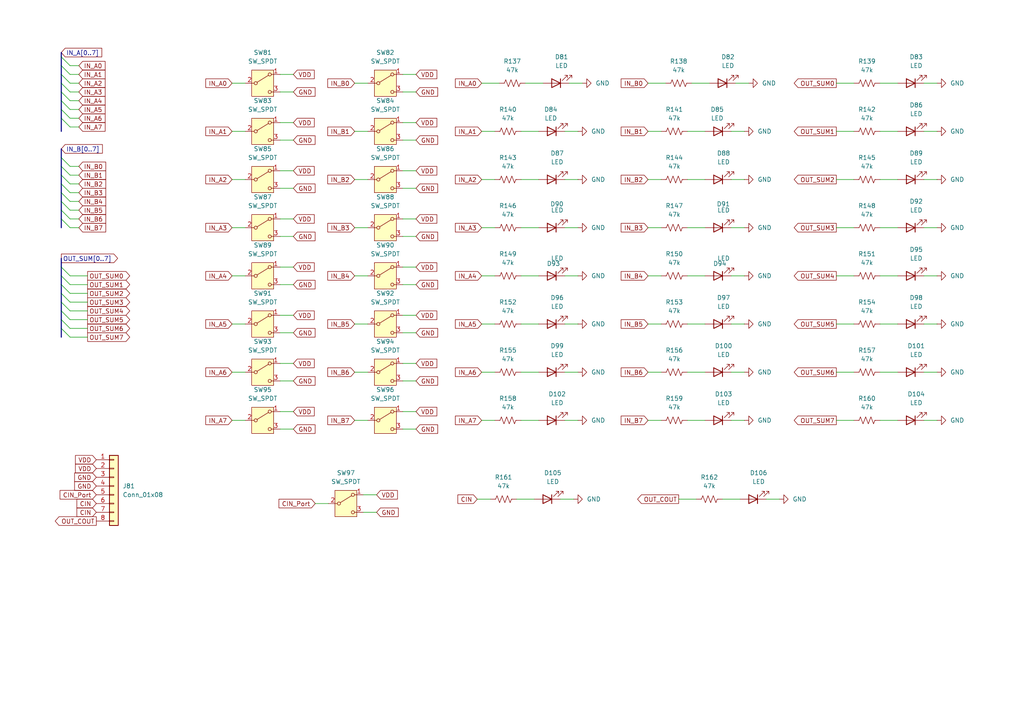
<source format=kicad_sch>
(kicad_sch (version 20250114) (generator "eeschema") (generator_version "9.0")
  (paper "A4")
  (bus_entry (at 17.78 24.13) (size 2.54 2.54))
  (bus_entry (at 17.78 60.96) (size 2.54 2.54))
  (bus_entry (at 17.78 29.21) (size 2.54 2.54))
  (bus_entry (at 17.78 95.25) (size 2.54 2.54))
  (bus_entry (at 17.78 26.67) (size 2.54 2.54))
  (bus_entry (at 17.78 48.26) (size 2.54 2.54))
  (bus_entry (at 17.78 82.55) (size 2.54 2.54))
  (bus_entry (at 17.78 19.05) (size 2.54 2.54))
  (bus_entry (at 17.78 77.47) (size 2.54 2.54))
  (bus_entry (at 17.78 16.51) (size 2.54 2.54))
  (bus_entry (at 17.78 50.8) (size 2.54 2.54))
  (bus_entry (at 17.78 34.29) (size 2.54 2.54))
  (bus_entry (at 17.78 21.59) (size 2.54 2.54))
  (bus_entry (at 17.78 92.71) (size 2.54 2.54))
  (bus_entry (at 17.78 87.63) (size 2.54 2.54))
  (bus_entry (at 17.78 31.75) (size 2.54 2.54))
  (bus_entry (at 17.78 53.34) (size 2.54 2.54))
  (bus_entry (at 17.78 58.42) (size 2.54 2.54))
  (bus_entry (at 17.78 80.01) (size 2.54 2.54))
  (bus_entry (at 17.78 45.72) (size 2.54 2.54))
  (bus_entry (at 17.78 90.17) (size 2.54 2.54))
  (bus_entry (at 17.78 63.5) (size 2.54 2.54))
  (bus_entry (at 17.78 55.88) (size 2.54 2.54))
  (bus_entry (at 17.78 85.09) (size 2.54 2.54))
  (wire (pts (xy 187.96 93.98) (xy 191.77 93.98)))
  (wire (pts (xy 267.97 80.01) (xy 271.78 80.01)))
  (wire (pts (xy 199.39 121.92) (xy 204.47 121.92)))
  (wire (pts (xy 222.25 144.78) (xy 226.06 144.78)))
  (wire (pts (xy 20.32 80.01) (xy 25.4 80.01)))
  (wire (pts (xy 163.83 52.07) (xy 167.64 52.07)))
  (wire (pts (xy 162.56 144.78) (xy 166.37 144.78)))
  (wire (pts (xy 20.32 31.75) (xy 22.86 31.75)))
  (wire (pts (xy 67.31 121.92) (xy 71.12 121.92)))
  (wire (pts (xy 255.27 66.04) (xy 260.35 66.04)))
  (wire (pts (xy 163.83 107.95) (xy 167.64 107.95)))
  (wire (pts (xy 267.97 38.1) (xy 271.78 38.1)))
  (bus (pts (xy 17.78 19.05) (xy 17.78 21.59)))
  (wire (pts (xy 20.32 60.96) (xy 22.86 60.96)))
  (wire (pts (xy 255.27 107.95) (xy 260.35 107.95)))
  (wire (pts (xy 139.7 66.04) (xy 143.51 66.04)))
  (wire (pts (xy 152.4 24.13) (xy 157.48 24.13)))
  (bus (pts (xy 17.78 60.96) (xy 17.78 58.42)))
  (bus (pts (xy 17.78 53.34) (xy 17.78 50.8)))
  (wire (pts (xy 20.32 48.26) (xy 22.86 48.26)))
  (wire (pts (xy 151.13 80.01) (xy 156.21 80.01)))
  (wire (pts (xy 165.1 24.13) (xy 168.91 24.13)))
  (wire (pts (xy 81.28 54.61) (xy 85.09 54.61)))
  (wire (pts (xy 116.84 105.41) (xy 120.65 105.41)))
  (wire (pts (xy 67.31 80.01) (xy 71.12 80.01)))
  (bus (pts (xy 17.78 92.71) (xy 17.78 95.25)))
  (bus (pts (xy 17.78 77.47) (xy 17.78 80.01)))
  (wire (pts (xy 116.84 119.38) (xy 120.65 119.38)))
  (wire (pts (xy 81.28 77.47) (xy 85.09 77.47)))
  (wire (pts (xy 199.39 93.98) (xy 204.47 93.98)))
  (wire (pts (xy 116.84 63.5) (xy 120.65 63.5)))
  (wire (pts (xy 255.27 52.07) (xy 260.35 52.07)))
  (wire (pts (xy 212.09 93.98) (xy 215.9 93.98)))
  (wire (pts (xy 187.96 38.1) (xy 191.77 38.1)))
  (wire (pts (xy 267.97 107.95) (xy 271.78 107.95)))
  (wire (pts (xy 187.96 121.92) (xy 191.77 121.92)))
  (wire (pts (xy 267.97 52.07) (xy 271.78 52.07)))
  (wire (pts (xy 81.28 40.64) (xy 85.09 40.64)))
  (wire (pts (xy 267.97 24.13) (xy 271.78 24.13)))
  (wire (pts (xy 81.28 21.59) (xy 85.09 21.59)))
  (wire (pts (xy 81.28 124.46) (xy 85.09 124.46)))
  (wire (pts (xy 267.97 121.92) (xy 271.78 121.92)))
  (wire (pts (xy 187.96 24.13) (xy 193.04 24.13)))
  (wire (pts (xy 163.83 93.98) (xy 167.64 93.98)))
  (wire (pts (xy 20.32 36.83) (xy 22.86 36.83)))
  (wire (pts (xy 20.32 95.25) (xy 25.4 95.25)))
  (bus (pts (xy 17.78 24.13) (xy 17.78 26.67)))
  (wire (pts (xy 212.09 66.04) (xy 215.9 66.04)))
  (wire (pts (xy 149.86 144.78) (xy 154.94 144.78)))
  (wire (pts (xy 151.13 93.98) (xy 156.21 93.98)))
  (wire (pts (xy 20.32 50.8) (xy 22.86 50.8)))
  (wire (pts (xy 187.96 52.07) (xy 191.77 52.07)))
  (wire (pts (xy 20.32 34.29) (xy 22.86 34.29)))
  (bus (pts (xy 17.78 45.72) (xy 17.78 43.18)))
  (wire (pts (xy 242.57 80.01) (xy 247.65 80.01)))
  (wire (pts (xy 102.87 24.13) (xy 106.68 24.13)))
  (wire (pts (xy 187.96 107.95) (xy 191.77 107.95)))
  (wire (pts (xy 20.32 85.09) (xy 25.4 85.09)))
  (wire (pts (xy 67.31 52.07) (xy 71.12 52.07)))
  (wire (pts (xy 81.28 105.41) (xy 85.09 105.41)))
  (wire (pts (xy 116.84 21.59) (xy 120.65 21.59)))
  (wire (pts (xy 200.66 24.13) (xy 205.74 24.13)))
  (wire (pts (xy 81.28 26.67) (xy 85.09 26.67)))
  (wire (pts (xy 116.84 49.53) (xy 120.65 49.53)))
  (wire (pts (xy 199.39 38.1) (xy 204.47 38.1)))
  (wire (pts (xy 196.85 144.78) (xy 201.93 144.78)))
  (wire (pts (xy 116.84 40.64) (xy 120.65 40.64)))
  (wire (pts (xy 20.32 90.17) (xy 25.4 90.17)))
  (wire (pts (xy 151.13 66.04) (xy 156.21 66.04)))
  (wire (pts (xy 116.84 77.47) (xy 120.65 77.47)))
  (wire (pts (xy 139.7 52.07) (xy 143.51 52.07)))
  (bus (pts (xy 17.78 31.75) (xy 17.78 34.29)))
  (wire (pts (xy 67.31 66.04) (xy 71.12 66.04)))
  (wire (pts (xy 255.27 121.92) (xy 260.35 121.92)))
  (wire (pts (xy 199.39 52.07) (xy 204.47 52.07)))
  (bus (pts (xy 17.78 21.59) (xy 17.78 24.13)))
  (wire (pts (xy 139.7 38.1) (xy 143.51 38.1)))
  (wire (pts (xy 105.41 143.51) (xy 109.22 143.51)))
  (bus (pts (xy 17.78 63.5) (xy 17.78 60.96)))
  (bus (pts (xy 17.78 15.24) (xy 17.78 16.51)))
  (wire (pts (xy 242.57 52.07) (xy 247.65 52.07)))
  (wire (pts (xy 67.31 38.1) (xy 71.12 38.1)))
  (wire (pts (xy 255.27 80.01) (xy 260.35 80.01)))
  (wire (pts (xy 20.32 97.79) (xy 25.4 97.79)))
  (wire (pts (xy 81.28 119.38) (xy 85.09 119.38)))
  (wire (pts (xy 139.7 80.01) (xy 143.51 80.01)))
  (wire (pts (xy 212.09 52.07) (xy 215.9 52.07)))
  (wire (pts (xy 242.57 38.1) (xy 247.65 38.1)))
  (wire (pts (xy 20.32 87.63) (xy 25.4 87.63)))
  (wire (pts (xy 81.28 82.55) (xy 85.09 82.55)))
  (bus (pts (xy 17.78 55.88) (xy 17.78 53.34)))
  (wire (pts (xy 20.32 24.13) (xy 22.86 24.13)))
  (wire (pts (xy 139.7 121.92) (xy 143.51 121.92)))
  (bus (pts (xy 17.78 34.29) (xy 17.78 38.1)))
  (wire (pts (xy 105.41 148.59) (xy 109.22 148.59)))
  (wire (pts (xy 116.84 82.55) (xy 120.65 82.55)))
  (wire (pts (xy 255.27 24.13) (xy 260.35 24.13)))
  (wire (pts (xy 242.57 121.92) (xy 247.65 121.92)))
  (wire (pts (xy 20.32 19.05) (xy 22.86 19.05)))
  (bus (pts (xy 17.78 90.17) (xy 17.78 92.71)))
  (wire (pts (xy 81.28 35.56) (xy 85.09 35.56)))
  (wire (pts (xy 212.09 121.92) (xy 215.9 121.92)))
  (wire (pts (xy 151.13 121.92) (xy 156.21 121.92)))
  (wire (pts (xy 20.32 53.34) (xy 22.86 53.34)))
  (wire (pts (xy 81.28 96.52) (xy 85.09 96.52)))
  (wire (pts (xy 242.57 107.95) (xy 247.65 107.95)))
  (wire (pts (xy 151.13 52.07) (xy 156.21 52.07)))
  (wire (pts (xy 81.28 110.49) (xy 85.09 110.49)))
  (bus (pts (xy 17.78 50.8) (xy 17.78 48.26)))
  (wire (pts (xy 187.96 80.01) (xy 191.77 80.01)))
  (wire (pts (xy 102.87 66.04) (xy 106.68 66.04)))
  (wire (pts (xy 20.32 92.71) (xy 25.4 92.71)))
  (wire (pts (xy 163.83 38.1) (xy 167.64 38.1)))
  (wire (pts (xy 213.36 24.13) (xy 217.17 24.13)))
  (bus (pts (xy 17.78 82.55) (xy 17.78 85.09)))
  (wire (pts (xy 163.83 66.04) (xy 167.64 66.04)))
  (bus (pts (xy 17.78 48.26) (xy 17.78 45.72)))
  (wire (pts (xy 209.55 144.78) (xy 214.63 144.78)))
  (wire (pts (xy 102.87 107.95) (xy 106.68 107.95)))
  (wire (pts (xy 20.32 55.88) (xy 22.86 55.88)))
  (bus (pts (xy 17.78 80.01) (xy 17.78 82.55)))
  (wire (pts (xy 255.27 93.98) (xy 260.35 93.98)))
  (wire (pts (xy 67.31 24.13) (xy 71.12 24.13)))
  (wire (pts (xy 151.13 38.1) (xy 156.21 38.1)))
  (wire (pts (xy 267.97 66.04) (xy 271.78 66.04)))
  (wire (pts (xy 20.32 63.5) (xy 22.86 63.5)))
  (wire (pts (xy 102.87 93.98) (xy 106.68 93.98)))
  (wire (pts (xy 20.32 29.21) (xy 22.86 29.21)))
  (wire (pts (xy 20.32 26.67) (xy 22.86 26.67)))
  (wire (pts (xy 138.43 144.78) (xy 142.24 144.78)))
  (wire (pts (xy 67.31 107.95) (xy 71.12 107.95)))
  (wire (pts (xy 91.44 146.05) (xy 95.25 146.05)))
  (bus (pts (xy 17.78 85.09) (xy 17.78 87.63)))
  (wire (pts (xy 151.13 107.95) (xy 156.21 107.95)))
  (wire (pts (xy 102.87 52.07) (xy 106.68 52.07)))
  (wire (pts (xy 20.32 66.04) (xy 22.86 66.04)))
  (wire (pts (xy 81.28 49.53) (xy 85.09 49.53)))
  (wire (pts (xy 199.39 107.95) (xy 204.47 107.95)))
  (wire (pts (xy 102.87 38.1) (xy 106.68 38.1)))
  (wire (pts (xy 116.84 35.56) (xy 120.65 35.56)))
  (bus (pts (xy 17.78 29.21) (xy 17.78 31.75)))
  (wire (pts (xy 102.87 121.92) (xy 106.68 121.92)))
  (wire (pts (xy 242.57 66.04) (xy 247.65 66.04)))
  (wire (pts (xy 139.7 24.13) (xy 144.78 24.13)))
  (wire (pts (xy 116.84 96.52) (xy 120.65 96.52)))
  (wire (pts (xy 267.97 93.98) (xy 271.78 93.98)))
  (wire (pts (xy 139.7 93.98) (xy 143.51 93.98)))
  (bus (pts (xy 17.78 26.67) (xy 17.78 29.21)))
  (wire (pts (xy 116.84 110.49) (xy 120.65 110.49)))
  (wire (pts (xy 139.7 107.95) (xy 143.51 107.95)))
  (bus (pts (xy 17.78 74.93) (xy 17.78 77.47)))
  (wire (pts (xy 187.96 66.04) (xy 191.77 66.04)))
  (bus (pts (xy 17.78 16.51) (xy 17.78 19.05)))
  (wire (pts (xy 67.31 93.98) (xy 71.12 93.98)))
  (wire (pts (xy 212.09 38.1) (xy 215.9 38.1)))
  (wire (pts (xy 20.32 58.42) (xy 22.86 58.42)))
  (wire (pts (xy 20.32 82.55) (xy 25.4 82.55)))
  (wire (pts (xy 116.84 124.46) (xy 120.65 124.46)))
  (wire (pts (xy 163.83 80.01) (xy 167.64 80.01)))
  (wire (pts (xy 81.28 68.58) (xy 85.09 68.58)))
  (wire (pts (xy 199.39 80.01) (xy 204.47 80.01)))
  (wire (pts (xy 163.83 121.92) (xy 167.64 121.92)))
  (bus (pts (xy 17.78 87.63) (xy 17.78 90.17)))
  (wire (pts (xy 81.28 63.5) (xy 85.09 63.5)))
  (wire (pts (xy 242.57 24.13) (xy 247.65 24.13)))
  (wire (pts (xy 212.09 107.95) (xy 215.9 107.95)))
  (bus (pts (xy 17.78 58.42) (xy 17.78 55.88)))
  (wire (pts (xy 116.84 91.44) (xy 120.65 91.44)))
  (wire (pts (xy 81.28 91.44) (xy 85.09 91.44)))
  (wire (pts (xy 116.84 68.58) (xy 120.65 68.58)))
  (wire (pts (xy 212.09 80.01) (xy 215.9 80.01)))
  (wire (pts (xy 199.39 66.04) (xy 204.47 66.04)))
  (wire (pts (xy 242.57 93.98) (xy 247.65 93.98)))
  (wire (pts (xy 116.84 54.61) (xy 120.65 54.61)))
  (bus (pts (xy 17.78 66.04) (xy 17.78 63.5)))
  (wire (pts (xy 20.32 21.59) (xy 22.86 21.59)))
  (wire (pts (xy 116.84 26.67) (xy 120.65 26.67)))
  (bus (pts (xy 17.78 95.25) (xy 17.78 97.79)))
  (wire (pts (xy 255.27 38.1) (xy 260.35 38.1)))
  (wire (pts (xy 102.87 80.01) (xy 106.68 80.01)))
  (global_label "CIN_Port" (shape input) (at 27.94 143.51 180) (property "Intersheetrefs" "${INTERSHEET_REFS}" (effects (hide yes))))
  (global_label "VDD" (shape input) (at 85.09 21.59 0) (property "Intersheetrefs" "${INTERSHEET_REFS}" (effects (hide yes))))
  (global_label "GND" (shape input) (at 85.09 26.67 0) (property "Intersheetrefs" "${INTERSHEET_REFS}" (effects (hide yes))))
  (global_label "IN_B6" (shape input) (at 187.96 107.95 180) (property "Intersheetrefs" "${INTERSHEET_REFS}" (effects (hide yes))))
  (global_label "IN_B0" (shape input) (at 22.86 48.26 0) (property "Intersheetrefs" "${INTERSHEET_REFS}" (effects (hide yes))))
  (global_label "IN_B7" (shape input) (at 187.96 121.92 180) (property "Intersheetrefs" "${INTERSHEET_REFS}" (effects (hide yes))))
  (global_label "VDD" (shape input) (at 120.65 35.56 0) (property "Intersheetrefs" "${INTERSHEET_REFS}" (effects (hide yes))))
  (global_label "CIN" (shape input) (at 27.94 146.05 180) (property "Intersheetrefs" "${INTERSHEET_REFS}" (effects (hide yes))))
  (global_label "GND" (shape input) (at 109.22 148.59 0) (property "Intersheetrefs" "${INTERSHEET_REFS}" (effects (hide yes))))
  (global_label "GND" (shape input) (at 120.65 26.67 0) (property "Intersheetrefs" "${INTERSHEET_REFS}" (effects (hide yes))))
  (global_label "IN_B6" (shape input) (at 102.87 107.95 180) (property "Intersheetrefs" "${INTERSHEET_REFS}" (effects (hide yes))))
  (global_label "OUT_COUT" (shape output) (at 27.94 151.13 180) (property "Intersheetrefs" "${INTERSHEET_REFS}" (effects (hide yes))))
  (global_label "GND" (shape input) (at 85.09 54.61 0) (property "Intersheetrefs" "${INTERSHEET_REFS}" (effects (hide yes))))
  (global_label "GND" (shape input) (at 120.65 124.46 0) (property "Intersheetrefs" "${INTERSHEET_REFS}" (effects (hide yes))))
  (global_label "GND" (shape input) (at 85.09 96.52 0) (property "Intersheetrefs" "${INTERSHEET_REFS}" (effects (hide yes))))
  (global_label "IN_A4" (shape input) (at 22.86 29.21 0) (property "Intersheetrefs" "${INTERSHEET_REFS}" (effects (hide yes))))
  (global_label "IN_B2" (shape input) (at 22.86 53.34 0) (property "Intersheetrefs" "${INTERSHEET_REFS}" (effects (hide yes))))
  (global_label "IN_B5" (shape input) (at 22.86 60.96 0) (property "Intersheetrefs" "${INTERSHEET_REFS}" (effects (hide yes))))
  (global_label "IN_A3" (shape input) (at 22.86 26.67 0) (property "Intersheetrefs" "${INTERSHEET_REFS}" (effects (hide yes))))
  (global_label "OUT_SUM2" (shape output) (at 25.4 85.09 0) (property "Intersheetrefs" "${INTERSHEET_REFS}" (effects (hide yes))))
  (global_label "OUT_SUM2" (shape output) (at 242.57 52.07 180) (property "Intersheetrefs" "${INTERSHEET_REFS}" (effects (hide yes))))
  (global_label "CIN" (shape input) (at 27.94 148.59 180) (property "Intersheetrefs" "${INTERSHEET_REFS}" (effects (hide yes))))
  (global_label "VDD" (shape input) (at 109.22 143.51 0) (property "Intersheetrefs" "${INTERSHEET_REFS}" (effects (hide yes))))
  (global_label "IN_B2" (shape input) (at 102.87 52.07 180) (property "Intersheetrefs" "${INTERSHEET_REFS}" (effects (hide yes))))
  (global_label "VDD" (shape input) (at 85.09 91.44 0) (property "Intersheetrefs" "${INTERSHEET_REFS}" (effects (hide yes))))
  (global_label "IN_A1" (shape input) (at 22.86 21.59 0) (property "Intersheetrefs" "${INTERSHEET_REFS}" (effects (hide yes))))
  (global_label "VDD" (shape input) (at 120.65 77.47 0) (property "Intersheetrefs" "${INTERSHEET_REFS}" (effects (hide yes))))
  (global_label "VDD" (shape input) (at 85.09 77.47 0) (property "Intersheetrefs" "${INTERSHEET_REFS}" (effects (hide yes))))
  (global_label "GND" (shape input) (at 120.65 68.58 0) (property "Intersheetrefs" "${INTERSHEET_REFS}" (effects (hide yes))))
  (global_label "IN_A[0..7]" (shape input) (at 17.78 15.24 0) (property "Intersheetrefs" "${INTERSHEET_REFS}" (effects (hide yes))))
  (global_label "IN_B[0..7]" (shape input) (at 17.78 43.18 0) (property "Intersheetrefs" "${INTERSHEET_REFS}" (effects (hide yes))))
  (global_label "GND" (shape input) (at 120.65 96.52 0) (property "Intersheetrefs" "${INTERSHEET_REFS}" (effects (hide yes))))
  (global_label "OUT_SUM4" (shape output) (at 242.57 80.01 180) (property "Intersheetrefs" "${INTERSHEET_REFS}" (effects (hide yes))))
  (global_label "IN_A6" (shape input) (at 22.86 34.29 0) (property "Intersheetrefs" "${INTERSHEET_REFS}" (effects (hide yes))))
  (global_label "VDD" (shape input) (at 85.09 63.5 0) (property "Intersheetrefs" "${INTERSHEET_REFS}" (effects (hide yes))))
  (global_label "IN_A3" (shape input) (at 139.7 66.04 180) (property "Intersheetrefs" "${INTERSHEET_REFS}" (effects (hide yes))))
  (global_label "VDD" (shape input) (at 120.65 21.59 0) (property "Intersheetrefs" "${INTERSHEET_REFS}" (effects (hide yes))))
  (global_label "IN_B7" (shape input) (at 102.87 121.92 180) (property "Intersheetrefs" "${INTERSHEET_REFS}" (effects (hide yes))))
  (global_label "IN_A2" (shape input) (at 67.31 52.07 180) (property "Intersheetrefs" "${INTERSHEET_REFS}" (effects (hide yes))))
  (global_label "IN_B0" (shape input) (at 187.96 24.13 180) (property "Intersheetrefs" "${INTERSHEET_REFS}" (effects (hide yes))))
  (global_label "IN_B1" (shape input) (at 22.86 50.8 0) (property "Intersheetrefs" "${INTERSHEET_REFS}" (effects (hide yes))))
  (global_label "IN_A6" (shape input) (at 67.31 107.95 180) (property "Intersheetrefs" "${INTERSHEET_REFS}" (effects (hide yes))))
  (global_label "OUT_SUM3" (shape output) (at 25.4 87.63 0) (property "Intersheetrefs" "${INTERSHEET_REFS}" (effects (hide yes))))
  (global_label "GND" (shape input) (at 27.94 140.97 180) (property "Intersheetrefs" "${INTERSHEET_REFS}" (effects (hide yes))))
  (global_label "VDD" (shape input) (at 120.65 49.53 0) (property "Intersheetrefs" "${INTERSHEET_REFS}" (effects (hide yes))))
  (global_label "IN_B1" (shape input) (at 187.96 38.1 180) (property "Intersheetrefs" "${INTERSHEET_REFS}" (effects (hide yes))))
  (global_label "IN_A2" (shape input) (at 139.7 52.07 180) (property "Intersheetrefs" "${INTERSHEET_REFS}" (effects (hide yes))))
  (global_label "OUT_SUM[0..7]" (shape output) (at 17.78 74.93 0) (property "Intersheetrefs" "${INTERSHEET_REFS}" (effects (hide yes))))
  (global_label "IN_B0" (shape input) (at 102.87 24.13 180) (property "Intersheetrefs" "${INTERSHEET_REFS}" (effects (hide yes))))
  (global_label "IN_A7" (shape input) (at 67.31 121.92 180) (property "Intersheetrefs" "${INTERSHEET_REFS}" (effects (hide yes))))
  (global_label "IN_A5" (shape input) (at 139.7 93.98 180) (property "Intersheetrefs" "${INTERSHEET_REFS}" (effects (hide yes))))
  (global_label "OUT_SUM3" (shape output) (at 242.57 66.04 180) (property "Intersheetrefs" "${INTERSHEET_REFS}" (effects (hide yes))))
  (global_label "IN_B5" (shape input) (at 102.87 93.98 180) (property "Intersheetrefs" "${INTERSHEET_REFS}" (effects (hide yes))))
  (global_label "GND" (shape input) (at 85.09 82.55 0) (property "Intersheetrefs" "${INTERSHEET_REFS}" (effects (hide yes))))
  (global_label "IN_B3" (shape input) (at 22.86 55.88 0) (property "Intersheetrefs" "${INTERSHEET_REFS}" (effects (hide yes))))
  (global_label "OUT_SUM7" (shape output) (at 242.57 121.92 180) (property "Intersheetrefs" "${INTERSHEET_REFS}" (effects (hide yes))))
  (global_label "IN_A0" (shape input) (at 22.86 19.05 0) (property "Intersheetrefs" "${INTERSHEET_REFS}" (effects (hide yes))))
  (global_label "IN_A0" (shape input) (at 67.31 24.13 180) (property "Intersheetrefs" "${INTERSHEET_REFS}" (effects (hide yes))))
  (global_label "OUT_SUM6" (shape output) (at 25.4 95.25 0) (property "Intersheetrefs" "${INTERSHEET_REFS}" (effects (hide yes))))
  (global_label "OUT_SUM1" (shape output) (at 25.4 82.55 0) (property "Intersheetrefs" "${INTERSHEET_REFS}" (effects (hide yes))))
  (global_label "GND" (shape input) (at 85.09 124.46 0) (property "Intersheetrefs" "${INTERSHEET_REFS}" (effects (hide yes))))
  (global_label "OUT_SUM0" (shape output) (at 242.57 24.13 180) (property "Intersheetrefs" "${INTERSHEET_REFS}" (effects (hide yes))))
  (global_label "VDD" (shape input) (at 27.94 133.35 180) (property "Intersheetrefs" "${INTERSHEET_REFS}" (effects (hide yes))))
  (global_label "IN_B4" (shape input) (at 22.86 58.42 0) (property "Intersheetrefs" "${INTERSHEET_REFS}" (effects (hide yes))))
  (global_label "OUT_COUT" (shape output) (at 196.85 144.78 180) (property "Intersheetrefs" "${INTERSHEET_REFS}" (effects (hide yes))))
  (global_label "IN_A2" (shape input) (at 22.86 24.13 0) (property "Intersheetrefs" "${INTERSHEET_REFS}" (effects (hide yes))))
  (global_label "IN_B2" (shape input) (at 187.96 52.07 180) (property "Intersheetrefs" "${INTERSHEET_REFS}" (effects (hide yes))))
  (global_label "IN_B6" (shape input) (at 22.86 63.5 0) (property "Intersheetrefs" "${INTERSHEET_REFS}" (effects (hide yes))))
  (global_label "VDD" (shape input) (at 85.09 49.53 0) (property "Intersheetrefs" "${INTERSHEET_REFS}" (effects (hide yes))))
  (global_label "GND" (shape input) (at 120.65 82.55 0) (property "Intersheetrefs" "${INTERSHEET_REFS}" (effects (hide yes))))
  (global_label "OUT_SUM1" (shape output) (at 242.57 38.1 180) (property "Intersheetrefs" "${INTERSHEET_REFS}" (effects (hide yes))))
  (global_label "CIN_Port" (shape input) (at 91.44 146.05 180) (property "Intersheetrefs" "${INTERSHEET_REFS}" (effects (hide yes))))
  (global_label "GND" (shape input) (at 120.65 110.49 0) (property "Intersheetrefs" "${INTERSHEET_REFS}" (effects (hide yes))))
  (global_label "GND" (shape input) (at 85.09 110.49 0) (property "Intersheetrefs" "${INTERSHEET_REFS}" (effects (hide yes))))
  (global_label "OUT_SUM6" (shape output) (at 242.57 107.95 180) (property "Intersheetrefs" "${INTERSHEET_REFS}" (effects (hide yes))))
  (global_label "IN_A7" (shape input) (at 22.86 36.83 0) (property "Intersheetrefs" "${INTERSHEET_REFS}" (effects (hide yes))))
  (global_label "IN_A4" (shape input) (at 139.7 80.01 180) (property "Intersheetrefs" "${INTERSHEET_REFS}" (effects (hide yes))))
  (global_label "IN_B4" (shape input) (at 187.96 80.01 180) (property "Intersheetrefs" "${INTERSHEET_REFS}" (effects (hide yes))))
  (global_label "IN_B7" (shape input) (at 22.86 66.04 0) (property "Intersheetrefs" "${INTERSHEET_REFS}" (effects (hide yes))))
  (global_label "IN_A6" (shape input) (at 139.7 107.95 180) (property "Intersheetrefs" "${INTERSHEET_REFS}" (effects (hide yes))))
  (global_label "CIN" (shape input) (at 138.43 144.78 180) (property "Intersheetrefs" "${INTERSHEET_REFS}" (effects (hide yes))))
  (global_label "IN_A5" (shape input) (at 67.31 93.98 180) (property "Intersheetrefs" "${INTERSHEET_REFS}" (effects (hide yes))))
  (global_label "GND" (shape input) (at 85.09 40.64 0) (property "Intersheetrefs" "${INTERSHEET_REFS}" (effects (hide yes))))
  (global_label "GND" (shape input) (at 27.94 138.43 180) (property "Intersheetrefs" "${INTERSHEET_REFS}" (effects (hide yes))))
  (global_label "IN_B5" (shape input) (at 187.96 93.98 180) (property "Intersheetrefs" "${INTERSHEET_REFS}" (effects (hide yes))))
  (global_label "VDD" (shape input) (at 120.65 105.41 0) (property "Intersheetrefs" "${INTERSHEET_REFS}" (effects (hide yes))))
  (global_label "GND" (shape input) (at 85.09 68.58 0) (property "Intersheetrefs" "${INTERSHEET_REFS}" (effects (hide yes))))
  (global_label "OUT_SUM5" (shape output) (at 242.57 93.98 180) (property "Intersheetrefs" "${INTERSHEET_REFS}" (effects (hide yes))))
  (global_label "IN_A5" (shape input) (at 22.86 31.75 0) (property "Intersheetrefs" "${INTERSHEET_REFS}" (effects (hide yes))))
  (global_label "VDD" (shape input) (at 27.94 135.89 180) (property "Intersheetrefs" "${INTERSHEET_REFS}" (effects (hide yes))))
  (global_label "GND" (shape input) (at 120.65 54.61 0) (property "Intersheetrefs" "${INTERSHEET_REFS}" (effects (hide yes))))
  (global_label "IN_A0" (shape input) (at 139.7 24.13 180) (property "Intersheetrefs" "${INTERSHEET_REFS}" (effects (hide yes))))
  (global_label "VDD" (shape input) (at 85.09 35.56 0) (property "Intersheetrefs" "${INTERSHEET_REFS}" (effects (hide yes))))
  (global_label "IN_B3" (shape input) (at 187.96 66.04 180) (property "Intersheetrefs" "${INTERSHEET_REFS}" (effects (hide yes))))
  (global_label "OUT_SUM7" (shape output) (at 25.4 97.79 0) (property "Intersheetrefs" "${INTERSHEET_REFS}" (effects (hide yes))))
  (global_label "VDD" (shape input) (at 85.09 119.38 0) (property "Intersheetrefs" "${INTERSHEET_REFS}" (effects (hide yes))))
  (global_label "VDD" (shape input) (at 120.65 119.38 0) (property "Intersheetrefs" "${INTERSHEET_REFS}" (effects (hide yes))))
  (global_label "OUT_SUM4" (shape output) (at 25.4 90.17 0) (property "Intersheetrefs" "${INTERSHEET_REFS}" (effects (hide yes))))
  (global_label "VDD" (shape input) (at 85.09 105.41 0) (property "Intersheetrefs" "${INTERSHEET_REFS}" (effects (hide yes))))
  (global_label "OUT_SUM5" (shape output) (at 25.4 92.71 0) (property "Intersheetrefs" "${INTERSHEET_REFS}" (effects (hide yes))))
  (global_label "VDD" (shape input) (at 120.65 91.44 0) (property "Intersheetrefs" "${INTERSHEET_REFS}" (effects (hide yes))))
  (global_label "IN_B3" (shape input) (at 102.87 66.04 180) (property "Intersheetrefs" "${INTERSHEET_REFS}" (effects (hide yes))))
  (global_label "IN_B4" (shape input) (at 102.87 80.01 180) (property "Intersheetrefs" "${INTERSHEET_REFS}" (effects (hide yes))))
  (global_label "VDD" (shape input) (at 120.65 63.5 0) (property "Intersheetrefs" "${INTERSHEET_REFS}" (effects (hide yes))))
  (global_label "IN_A4" (shape input) (at 67.31 80.01 180) (property "Intersheetrefs" "${INTERSHEET_REFS}" (effects (hide yes))))
  (global_label "GND" (shape input) (at 120.65 40.64 0) (property "Intersheetrefs" "${INTERSHEET_REFS}" (effects (hide yes))))
  (global_label "IN_B1" (shape input) (at 102.87 38.1 180) (property "Intersheetrefs" "${INTERSHEET_REFS}" (effects (hide yes))))
  (global_label "OUT_SUM0" (shape output) (at 25.4 80.01 0) (property "Intersheetrefs" "${INTERSHEET_REFS}" (effects (hide yes))))
  (global_label "IN_A1" (shape input) (at 139.7 38.1 180) (property "Intersheetrefs" "${INTERSHEET_REFS}" (effects (hide yes))))
  (global_label "IN_A1" (shape input) (at 67.31 38.1 180) (property "Intersheetrefs" "${INTERSHEET_REFS}" (effects (hide yes))))
  (global_label "IN_A3" (shape input) (at 67.31 66.04 180) (property "Intersheetrefs" "${INTERSHEET_REFS}" (effects (hide yes))))
  (global_label "IN_A7" (shape input) (at 139.7 121.92 180) (property "Intersheetrefs" "${INTERSHEET_REFS}" (effects (hide yes))))
  (symbol (lib_id "Device:LED") (at 264.16 38.1 180) (unit 1) (in_bom no) (on_board no)
    (property "Reference" "D86" (at 265.7475 30.48 0))
    (property "Value" "LED" (at 265.7475 33.02 0))
    (property "Footprint" "LED_THT:LED_D5.0mm" (effects (hide yes)))
    (property "Description" "Light emitting diode" (effects (hide yes)))
    (property "Sim.Pins" "1=K 2=A" (effects (hide yes)))
  )
  (symbol (lib_id "Device:LED") (at 264.16 52.07 180) (unit 1) (on_board no)
    (property "Reference" "D89" (at 265.7475 44.45 0))
    (property "Value" "LED" (at 265.7475 46.99 0))
    (property "Footprint" "LED_THT:LED_D5.0mm" (effects (hide yes)))
    (property "Description" "Light emitting diode" (effects (hide yes)))
    (property "Sim.Pins" "1=K 2=A" (effects (hide yes)))
  )
  (symbol (lib_id "Device:LED") (at 209.55 24.13 180) (unit 1)
    (property "Reference" "D82" (at 211.1375 16.51 0))
    (property "Value" "LED" (at 211.1375 19.05 0))
    (property "Footprint" "LED_THT:LED_D5.0mm" (effects (hide yes)))
    (property "Description" "Light emitting diode" (effects (hide yes)))
    (property "Sim.Pins" "1=K 2=A" (effects (hide yes)))
  )
  (symbol (lib_id "Switch:SW_SPDT") (at 111.76 121.92 0) (unit 1) (on_board no)
    (property "Reference" "SW96" (at 111.76 113.03 0))
    (property "Value" "SW_SPDT" (at 111.76 115.57 0))
    (property "Footprint" "MyLibrary:SW_SS12D07VG4" (effects (hide yes)))
    (property "Description" "Switch, single pole double throw" (effects (hide yes)))
  )
  (symbol (lib_id "Device:LED") (at 218.44 144.78 180) (unit 1)
    (property "Reference" "D106" (at 220.0275 137.16 0))
    (property "Value" "LED" (at 220.0275 139.7 0))
    (property "Footprint" "LED_THT:LED_D5.0mm" (effects (hide yes)))
    (property "Description" "Light emitting diode" (effects (hide yes)))
    (property "Sim.Pins" "1=K 2=A" (effects (hide yes)))
  )
  (symbol (lib_id "Device:LED") (at 160.02 52.07 180) (unit 1) (on_board no)
    (property "Reference" "D87" (at 161.6075 44.45 0))
    (property "Value" "LED" (at 161.6075 46.99 0))
    (property "Footprint" "LED_THT:LED_D5.0mm" (effects (hide yes)))
    (property "Description" "Light emitting diode" (effects (hide yes)))
    (property "Sim.Pins" "1=K 2=A" (effects (hide yes)))
  )
  (symbol (lib_id "power:GND") (at 215.9 38.1 90) (unit 1)
    (property "Reference" "#PWR092" (effects (hide yes)))
    (property "Value" "GND" (at 219.71 38.0999 90) (effects (justify right)))
    (property "Description" "Power symbol creates a global label with name \"GND\" , ground" (effects (hide yes)))
  )
  (symbol (lib_id "Device:R_US") (at 251.46 66.04 90) (unit 1) (on_board no)
    (property "Reference" "R148" (at 251.46 59.69 90))
    (property "Value" "47k" (at 251.46 62.23 90))
    (property "Footprint" "Resistor_THT:R_Axial_DIN0309_L9.0mm_D3.2mm_P15.24mm_Horizontal" (effects (hide yes)))
    (property "Description" "Resistor, US symbol" (effects (hide yes)))
  )
  (symbol (lib_id "Device:R_US") (at 195.58 80.01 90) (unit 1) (on_board no)
    (property "Reference" "R150" (at 195.58 73.66 90))
    (property "Value" "47k" (at 195.58 76.2 90))
    (property "Footprint" "Resistor_THT:R_Axial_DIN0309_L9.0mm_D3.2mm_P15.24mm_Horizontal" (effects (hide yes)))
    (property "Description" "Resistor, US symbol" (effects (hide yes)))
  )
  (symbol (lib_id "power:GND") (at 167.64 38.1 90) (unit 1)
    (property "Reference" "#PWR091" (effects (hide yes)))
    (property "Value" "GND" (at 171.45 38.0999 90) (effects (justify right)))
    (property "Description" "Power symbol creates a global label with name \"GND\" , ground" (effects (hide yes)))
  )
  (symbol (lib_id "Switch:SW_SPDT") (at 76.2 24.13 0) (unit 1)
    (property "Reference" "SW81" (at 76.2 15.24 0))
    (property "Value" "SW_SPDT" (at 76.2 17.78 0))
    (property "Footprint" "MyLibrary:SW_SS12D07VG4" (effects (hide yes)))
    (property "Description" "Switch, single pole double throw" (effects (hide yes)))
  )
  (symbol (lib_id "Switch:SW_SPDT") (at 76.2 93.98 0) (unit 1) (on_board no)
    (property "Reference" "SW91" (at 76.2 85.09 0))
    (property "Value" "SW_SPDT" (at 76.2 87.63 0))
    (property "Footprint" "MyLibrary:SW_SS12D07VG4" (effects (hide yes)))
    (property "Description" "Switch, single pole double throw" (effects (hide yes)))
  )
  (symbol (lib_id "Device:LED") (at 264.16 93.98 180) (unit 1) (on_board no)
    (property "Reference" "D98" (at 265.7475 86.36 0))
    (property "Value" "LED" (at 265.7475 88.9 0))
    (property "Footprint" "LED_THT:LED_D5.0mm" (effects (hide yes)))
    (property "Description" "Light emitting diode" (effects (hide yes)))
    (property "Sim.Pins" "1=K 2=A" (effects (hide yes)))
  )
  (symbol (lib_id "power:GND") (at 215.9 66.04 90) (unit 1)
    (property "Reference" "#PWR098" (effects (hide yes)))
    (property "Value" "GND" (at 219.71 66.0399 90) (effects (justify right)))
    (property "Description" "Power symbol creates a global label with name \"GND\" , ground" (effects (hide yes)))
  )
  (symbol (lib_id "Switch:SW_SPDT") (at 111.76 66.04 0) (unit 1) (on_board no)
    (property "Reference" "SW88" (at 111.76 57.15 0))
    (property "Value" "SW_SPDT" (at 111.76 59.69 0))
    (property "Footprint" "MyLibrary:SW_SS12D07VG4" (effects (hide yes)))
    (property "Description" "Switch, single pole double throw" (effects (hide yes)))
  )
  (symbol (lib_id "power:GND") (at 217.17 24.13 90) (unit 1)
    (property "Reference" "#PWR089" (effects (hide yes)))
    (property "Value" "GND" (at 220.98 24.1299 90) (effects (justify right)))
    (property "Description" "Power symbol creates a global label with name \"GND\" , ground" (effects (hide yes)))
  )
  (symbol (lib_id "Device:LED") (at 208.28 66.04 180) (unit 1) (on_board no)
    (property "Reference" "D91" (at 209.804 59.182 0))
    (property "Value" "LED" (at 209.8675 60.96 0))
    (property "Footprint" "LED_THT:LED_D5.0mm" (effects (hide yes)))
    (property "Description" "Light emitting diode" (effects (hide yes)))
    (property "Sim.Pins" "1=K 2=A" (effects (hide yes)))
  )
  (symbol (lib_id "power:GND") (at 215.9 80.01 90) (unit 1)
    (property "Reference" "#PWR0101" (effects (hide yes)))
    (property "Value" "GND" (at 219.71 80.0099 90) (effects (justify right)))
    (property "Description" "Power symbol creates a global label with name \"GND\" , ground" (effects (hide yes)))
  )
  (symbol (lib_id "Device:R_US") (at 148.59 24.13 90) (unit 1)
    (property "Reference" "R137" (at 148.59 17.78 90))
    (property "Value" "47k" (at 148.59 20.32 90))
    (property "Footprint" "Resistor_THT:R_Axial_DIN0309_L9.0mm_D3.2mm_P15.24mm_Horizontal" (effects (hide yes)))
    (property "Description" "Resistor, US symbol" (effects (hide yes)))
  )
  (symbol (lib_id "power:GND") (at 271.78 121.92 90) (unit 1)
    (property "Reference" "#PWR0111" (effects (hide yes)))
    (property "Value" "GND" (at 275.59 121.9199 90) (effects (justify right)))
    (property "Description" "Power symbol creates a global label with name \"GND\" , ground" (effects (hide yes)))
  )
  (symbol (lib_id "Switch:SW_SPDT") (at 76.2 121.92 0) (unit 1) (on_board no)
    (property "Reference" "SW95" (at 76.2 113.03 0))
    (property "Value" "SW_SPDT" (at 76.2 115.57 0))
    (property "Footprint" "MyLibrary:SW_SS12D07VG4" (effects (hide yes)))
    (property "Description" "Switch, single pole double throw" (effects (hide yes)))
  )
  (symbol (lib_id "Device:R_US") (at 251.46 52.07 90) (unit 1) (on_board no)
    (property "Reference" "R145" (at 251.46 45.72 90))
    (property "Value" "47k" (at 251.46 48.26 90))
    (property "Footprint" "Resistor_THT:R_Axial_DIN0309_L9.0mm_D3.2mm_P15.24mm_Horizontal" (effects (hide yes)))
    (property "Description" "Resistor, US symbol" (effects (hide yes)))
  )
  (symbol (lib_id "Device:LED") (at 208.28 107.95 180) (unit 1) (on_board no)
    (property "Reference" "D100" (at 209.8675 100.33 0))
    (property "Value" "LED" (at 209.8675 102.87 0))
    (property "Footprint" "LED_THT:LED_D5.0mm" (effects (hide yes)))
    (property "Description" "Light emitting diode" (effects (hide yes)))
    (property "Sim.Pins" "1=K 2=A" (effects (hide yes)))
  )
  (symbol (lib_id "Device:R_US") (at 251.46 38.1 90) (unit 1) (in_bom no) (on_board no)
    (property "Reference" "R142" (at 251.46 31.75 90))
    (property "Value" "47k" (at 251.46 34.29 90))
    (property "Footprint" "Resistor_THT:R_Axial_DIN0309_L9.0mm_D3.2mm_P15.24mm_Horizontal" (effects (hide yes)))
    (property "Description" "Resistor, US symbol" (effects (hide yes)))
  )
  (symbol (lib_id "Device:R_US") (at 251.46 93.98 90) (unit 1) (on_board no)
    (property "Reference" "R154" (at 251.46 87.63 90))
    (property "Value" "47k" (at 251.46 90.17 90))
    (property "Footprint" "Resistor_THT:R_Axial_DIN0309_L9.0mm_D3.2mm_P15.24mm_Horizontal" (effects (hide yes)))
    (property "Description" "Resistor, US symbol" (effects (hide yes)))
  )
  (symbol (lib_id "Device:R_US") (at 147.32 121.92 90) (unit 1) (on_board no)
    (property "Reference" "R158" (at 147.32 115.57 90))
    (property "Value" "47k" (at 147.32 118.11 90))
    (property "Footprint" "Resistor_THT:R_Axial_DIN0309_L9.0mm_D3.2mm_P15.24mm_Horizontal" (effects (hide yes)))
    (property "Description" "Resistor, US symbol" (effects (hide yes)))
  )
  (symbol (lib_id "Device:R_US") (at 251.46 24.13 90) (unit 1)
    (property "Reference" "R139" (at 251.46 17.78 90))
    (property "Value" "47k" (at 251.46 20.32 90))
    (property "Footprint" "Resistor_THT:R_Axial_DIN0309_L9.0mm_D3.2mm_P15.24mm_Horizontal" (effects (hide yes)))
    (property "Description" "Resistor, US symbol" (effects (hide yes)))
  )
  (symbol (lib_id "Device:LED") (at 208.28 38.1 180) (unit 1) (in_bom no) (on_board no)
    (property "Reference" "D85" (at 208.026 31.75 0))
    (property "Value" "LED" (at 208.026 34.29 0))
    (property "Footprint" "LED_THT:LED_D5.0mm" (effects (hide yes)))
    (property "Description" "Light emitting diode" (effects (hide yes)))
    (property "Sim.Pins" "1=K 2=A" (effects (hide yes)))
  )
  (symbol (lib_id "Device:LED") (at 160.02 80.01 180) (unit 1) (on_board no)
    (property "Reference" "D93" (at 160.528 76.454 0))
    (property "Value" "LED" (at 161.6075 74.93 0))
    (property "Footprint" "LED_THT:LED_D5.0mm" (effects (hide yes)))
    (property "Description" "Light emitting diode" (effects (hide yes)))
    (property "Sim.Pins" "1=K 2=A" (effects (hide yes)))
  )
  (symbol (lib_id "Device:R_US") (at 205.74 144.78 90) (unit 1)
    (property "Reference" "R162" (at 205.74 138.43 90))
    (property "Value" "47k" (at 205.74 140.97 90))
    (property "Footprint" "Resistor_THT:R_Axial_DIN0309_L9.0mm_D3.2mm_P15.24mm_Horizontal" (effects (hide yes)))
    (property "Description" "Resistor, US symbol" (effects (hide yes)))
  )
  (symbol (lib_id "power:GND") (at 167.64 93.98 90) (unit 1)
    (property "Reference" "#PWR0103" (effects (hide yes)))
    (property "Value" "GND" (at 171.45 93.9799 90) (effects (justify right)))
    (property "Description" "Power symbol creates a global label with name \"GND\" , ground" (effects (hide yes)))
  )
  (symbol (lib_id "Switch:SW_SPDT") (at 111.76 52.07 0) (unit 1) (on_board no)
    (property "Reference" "SW86" (at 111.76 43.18 0))
    (property "Value" "SW_SPDT" (at 111.76 45.72 0))
    (property "Footprint" "MyLibrary:SW_SS12D07VG4" (effects (hide yes)))
    (property "Description" "Switch, single pole double throw" (effects (hide yes)))
  )
  (symbol (lib_id "power:GND") (at 168.91 24.13 90) (unit 1)
    (property "Reference" "#PWR088" (effects (hide yes)))
    (property "Value" "GND" (at 172.72 24.1299 90) (effects (justify right)))
    (property "Description" "Power symbol creates a global label with name \"GND\" , ground" (effects (hide yes)))
  )
  (symbol (lib_id "Device:LED") (at 208.28 52.07 180) (unit 1) (on_board no)
    (property "Reference" "D88" (at 209.8675 44.45 0))
    (property "Value" "LED" (at 209.8675 46.99 0))
    (property "Footprint" "LED_THT:LED_D5.0mm" (effects (hide yes)))
    (property "Description" "Light emitting diode" (effects (hide yes)))
    (property "Sim.Pins" "1=K 2=A" (effects (hide yes)))
  )
  (symbol (lib_id "Switch:SW_SPDT") (at 111.76 80.01 0) (unit 1) (on_board no)
    (property "Reference" "SW90" (at 111.76 71.12 0))
    (property "Value" "SW_SPDT" (at 111.76 73.66 0))
    (property "Footprint" "MyLibrary:SW_SS12D07VG4" (effects (hide yes)))
    (property "Description" "Switch, single pole double throw" (effects (hide yes)))
  )
  (symbol (lib_id "Switch:SW_SPDT") (at 76.2 80.01 0) (unit 1) (on_board no)
    (property "Reference" "SW89" (at 76.2 71.12 0))
    (property "Value" "SW_SPDT" (at 76.2 73.66 0))
    (property "Footprint" "MyLibrary:SW_SS12D07VG4" (effects (hide yes)))
    (property "Description" "Switch, single pole double throw" (effects (hide yes)))
  )
  (symbol (lib_id "Device:R_US") (at 196.85 24.13 90) (unit 1)
    (property "Reference" "R138" (at 196.85 17.78 90))
    (property "Value" "47k" (at 196.85 20.32 90))
    (property "Footprint" "Resistor_THT:R_Axial_DIN0309_L9.0mm_D3.2mm_P15.24mm_Horizontal" (effects (hide yes)))
    (property "Description" "Resistor, US symbol" (effects (hide yes)))
  )
  (symbol (lib_id "power:GND") (at 167.64 66.04 90) (unit 1)
    (property "Reference" "#PWR097" (effects (hide yes)))
    (property "Value" "GND" (at 171.45 66.0399 90) (effects (justify right)))
    (property "Description" "Power symbol creates a global label with name \"GND\" , ground" (effects (hide yes)))
  )
  (symbol (lib_id "Device:R_US") (at 195.58 107.95 90) (unit 1) (on_board no)
    (property "Reference" "R156" (at 195.58 101.6 90))
    (property "Value" "47k" (at 195.58 104.14 90))
    (property "Footprint" "Resistor_THT:R_Axial_DIN0309_L9.0mm_D3.2mm_P15.24mm_Horizontal" (effects (hide yes)))
    (property "Description" "Resistor, US symbol" (effects (hide yes)))
  )
  (symbol (lib_id "Device:LED") (at 208.28 80.01 180) (unit 1) (on_board no)
    (property "Reference" "D94" (at 208.788 76.454 0))
    (property "Value" "LED" (at 209.8675 74.93 0))
    (property "Footprint" "LED_THT:LED_D5.0mm" (effects (hide yes)))
    (property "Description" "Light emitting diode" (effects (hide yes)))
    (property "Sim.Pins" "1=K 2=A" (effects (hide yes)))
  )
  (symbol (lib_id "Device:R_US") (at 147.32 52.07 90) (unit 1) (on_board no)
    (property "Reference" "R143" (at 147.32 45.72 90))
    (property "Value" "47k" (at 147.32 48.26 90))
    (property "Footprint" "Resistor_THT:R_Axial_DIN0309_L9.0mm_D3.2mm_P15.24mm_Horizontal" (effects (hide yes)))
    (property "Description" "Resistor, US symbol" (effects (hide yes)))
  )
  (symbol (lib_id "Device:LED") (at 264.16 66.04 180) (unit 1) (on_board no)
    (property "Reference" "D92" (at 265.7475 58.42 0))
    (property "Value" "LED" (at 265.7475 60.96 0))
    (property "Footprint" "LED_THT:LED_D5.0mm" (effects (hide yes)))
    (property "Description" "Light emitting diode" (effects (hide yes)))
    (property "Sim.Pins" "1=K 2=A" (effects (hide yes)))
  )
  (symbol (lib_id "power:GND") (at 271.78 38.1 90) (unit 1)
    (property "Reference" "#PWR093" (effects (hide yes)))
    (property "Value" "GND" (at 275.59 38.0999 90) (effects (justify right)))
    (property "Description" "Power symbol creates a global label with name \"GND\" , ground" (effects (hide yes)))
  )
  (symbol (lib_id "power:GND") (at 271.78 52.07 90) (unit 1)
    (property "Reference" "#PWR096" (effects (hide yes)))
    (property "Value" "GND" (at 275.59 52.0699 90) (effects (justify right)))
    (property "Description" "Power symbol creates a global label with name \"GND\" , ground" (effects (hide yes)))
  )
  (symbol (lib_id "Device:LED") (at 160.02 121.92 180) (unit 1) (on_board no)
    (property "Reference" "D102" (at 161.6075 114.3 0))
    (property "Value" "LED" (at 161.6075 116.84 0))
    (property "Footprint" "LED_THT:LED_D5.0mm" (effects (hide yes)))
    (property "Description" "Light emitting diode" (effects (hide yes)))
    (property "Sim.Pins" "1=K 2=A" (effects (hide yes)))
  )
  (symbol (lib_id "Device:R_US") (at 195.58 121.92 90) (unit 1) (on_board no)
    (property "Reference" "R159" (at 195.58 115.57 90))
    (property "Value" "47k" (at 195.58 118.11 90))
    (property "Footprint" "Resistor_THT:R_Axial_DIN0309_L9.0mm_D3.2mm_P15.24mm_Horizontal" (effects (hide yes)))
    (property "Description" "Resistor, US symbol" (effects (hide yes)))
  )
  (symbol (lib_id "Device:R_US") (at 147.32 93.98 90) (unit 1) (on_board no)
    (property "Reference" "R152" (at 147.32 87.63 90))
    (property "Value" "47k" (at 147.32 90.17 90))
    (property "Footprint" "Resistor_THT:R_Axial_DIN0309_L9.0mm_D3.2mm_P15.24mm_Horizontal" (effects (hide yes)))
    (property "Description" "Resistor, US symbol" (effects (hide yes)))
  )
  (symbol (lib_id "Device:LED") (at 160.02 38.1 180) (unit 1) (in_bom no) (on_board no)
    (property "Reference" "D84" (at 159.766 31.75 0))
    (property "Value" "LED" (at 159.766 34.29 0))
    (property "Footprint" "LED_THT:LED_D5.0mm" (effects (hide yes)))
    (property "Description" "Light emitting diode" (effects (hide yes)))
    (property "Sim.Pins" "1=K 2=A" (effects (hide yes)))
  )
  (symbol (lib_id "Device:LED") (at 264.16 24.13 180) (unit 1)
    (property "Reference" "D83" (at 265.7475 16.51 0))
    (property "Value" "LED" (at 265.7475 19.05 0))
    (property "Footprint" "LED_THT:LED_D5.0mm" (effects (hide yes)))
    (property "Description" "Light emitting diode" (effects (hide yes)))
    (property "Sim.Pins" "1=K 2=A" (effects (hide yes)))
  )
  (symbol (lib_id "power:GND") (at 215.9 121.92 90) (unit 1)
    (property "Reference" "#PWR0110" (effects (hide yes)))
    (property "Value" "GND" (at 219.71 121.9199 90) (effects (justify right)))
    (property "Description" "Power symbol creates a global label with name \"GND\" , ground" (effects (hide yes)))
  )
  (symbol (lib_id "Device:LED") (at 208.28 93.98 180) (unit 1) (on_board no)
    (property "Reference" "D97" (at 209.8675 86.36 0))
    (property "Value" "LED" (at 209.8675 88.9 0))
    (property "Footprint" "LED_THT:LED_D5.0mm" (effects (hide yes)))
    (property "Description" "Light emitting diode" (effects (hide yes)))
    (property "Sim.Pins" "1=K 2=A" (effects (hide yes)))
  )
  (symbol (lib_id "Device:R_US") (at 147.32 80.01 90) (unit 1) (on_board no)
    (property "Reference" "R149" (at 147.32 73.66 90))
    (property "Value" "47k" (at 147.32 76.2 90))
    (property "Footprint" "Resistor_THT:R_Axial_DIN0309_L9.0mm_D3.2mm_P15.24mm_Horizontal" (effects (hide yes)))
    (property "Description" "Resistor, US symbol" (effects (hide yes)))
  )
  (symbol (lib_id "power:GND") (at 226.06 144.78 90) (unit 1)
    (property "Reference" "#PWR0113" (effects (hide yes)))
    (property "Value" "GND" (at 229.87 144.7799 90) (effects (justify right)))
    (property "Description" "Power symbol creates a global label with name \"GND\" , ground" (effects (hide yes)))
  )
  (symbol (lib_id "Device:LED") (at 161.29 24.13 180) (unit 1)
    (property "Reference" "D81" (at 162.8775 16.51 0))
    (property "Value" "LED" (at 162.8775 19.05 0))
    (property "Footprint" "LED_THT:LED_D5.0mm" (effects (hide yes)))
    (property "Description" "Light emitting diode" (effects (hide yes)))
    (property "Sim.Pins" "1=K 2=A" (effects (hide yes)))
  )
  (symbol (lib_id "Device:LED") (at 160.02 107.95 180) (unit 1) (on_board no)
    (property "Reference" "D99" (at 161.6075 100.33 0))
    (property "Value" "LED" (at 161.6075 102.87 0))
    (property "Footprint" "LED_THT:LED_D5.0mm" (effects (hide yes)))
    (property "Description" "Light emitting diode" (effects (hide yes)))
    (property "Sim.Pins" "1=K 2=A" (effects (hide yes)))
  )
  (symbol (lib_id "Device:R_US") (at 251.46 107.95 90) (unit 1) (on_board no)
    (property "Reference" "R157" (at 251.46 101.6 90))
    (property "Value" "47k" (at 251.46 104.14 90))
    (property "Footprint" "Resistor_THT:R_Axial_DIN0309_L9.0mm_D3.2mm_P15.24mm_Horizontal" (effects (hide yes)))
    (property "Description" "Resistor, US symbol" (effects (hide yes)))
  )
  (symbol (lib_id "power:GND") (at 271.78 66.04 90) (unit 1)
    (property "Reference" "#PWR099" (effects (hide yes)))
    (property "Value" "GND" (at 275.59 66.0399 90) (effects (justify right)))
    (property "Description" "Power symbol creates a global label with name \"GND\" , ground" (effects (hide yes)))
  )
  (symbol (lib_id "Device:LED") (at 160.02 93.98 180) (unit 1) (on_board no)
    (property "Reference" "D96" (at 161.6075 86.36 0))
    (property "Value" "LED" (at 161.6075 88.9 0))
    (property "Footprint" "LED_THT:LED_D5.0mm" (effects (hide yes)))
    (property "Description" "Light emitting diode" (effects (hide yes)))
    (property "Sim.Pins" "1=K 2=A" (effects (hide yes)))
  )
  (symbol (lib_id "power:GND") (at 271.78 24.13 90) (unit 1)
    (property "Reference" "#PWR090" (effects (hide yes)))
    (property "Value" "GND" (at 275.59 24.1299 90) (effects (justify right)))
    (property "Description" "Power symbol creates a global label with name \"GND\" , ground" (effects (hide yes)))
  )
  (symbol (lib_id "power:GND") (at 167.64 80.01 90) (unit 1)
    (property "Reference" "#PWR0100" (effects (hide yes)))
    (property "Value" "GND" (at 171.45 80.0099 90) (effects (justify right)))
    (property "Description" "Power symbol creates a global label with name \"GND\" , ground" (effects (hide yes)))
  )
  (symbol (lib_id "power:GND") (at 167.64 52.07 90) (unit 1)
    (property "Reference" "#PWR094" (effects (hide yes)))
    (property "Value" "GND" (at 171.45 52.0699 90) (effects (justify right)))
    (property "Description" "Power symbol creates a global label with name \"GND\" , ground" (effects (hide yes)))
  )
  (symbol (lib_id "Switch:SW_SPDT") (at 111.76 93.98 0) (unit 1) (on_board no)
    (property "Reference" "SW92" (at 111.76 85.09 0))
    (property "Value" "SW_SPDT" (at 111.76 87.63 0))
    (property "Footprint" "MyLibrary:SW_SS12D07VG4" (effects (hide yes)))
    (property "Description" "Switch, single pole double throw" (effects (hide yes)))
  )
  (symbol (lib_id "Device:LED") (at 264.16 121.92 180) (unit 1) (on_board no)
    (property "Reference" "D104" (at 265.7475 114.3 0))
    (property "Value" "LED" (at 265.7475 116.84 0))
    (property "Footprint" "LED_THT:LED_D5.0mm" (effects (hide yes)))
    (property "Description" "Light emitting diode" (effects (hide yes)))
    (property "Sim.Pins" "1=K 2=A" (effects (hide yes)))
  )
  (symbol (lib_id "Switch:SW_SPDT") (at 111.76 24.13 0) (unit 1)
    (property "Reference" "SW82" (at 111.76 15.24 0))
    (property "Value" "SW_SPDT" (at 111.76 17.78 0))
    (property "Footprint" "MyLibrary:SW_SS12D07VG4" (effects (hide yes)))
    (property "Description" "Switch, single pole double throw" (effects (hide yes)))
  )
  (symbol (lib_id "power:GND") (at 271.78 80.01 90) (unit 1)
    (property "Reference" "#PWR0102" (effects (hide yes)))
    (property "Value" "GND" (at 275.59 80.0099 90) (effects (justify right)))
    (property "Description" "Power symbol creates a global label with name \"GND\" , ground" (effects (hide yes)))
  )
  (symbol (lib_id "Switch:SW_SPDT") (at 111.76 38.1 0) (unit 1) (in_bom no) (on_board no)
    (property "Reference" "SW84" (at 111.76 29.21 0))
    (property "Value" "SW_SPDT" (at 111.76 31.75 0))
    (property "Footprint" "MyLibrary:SW_SS12D07VG4" (effects (hide yes)))
    (property "Description" "Switch, single pole double throw" (effects (hide yes)))
  )
  (symbol (lib_id "Switch:SW_SPDT") (at 76.2 52.07 0) (unit 1) (on_board no)
    (property "Reference" "SW85" (at 76.2 43.18 0))
    (property "Value" "SW_SPDT" (at 76.2 45.72 0))
    (property "Footprint" "MyLibrary:SW_SS12D07VG4" (effects (hide yes)))
    (property "Description" "Switch, single pole double throw" (effects (hide yes)))
  )
  (symbol (lib_id "Device:R_US") (at 251.46 80.01 90) (unit 1) (on_board no)
    (property "Reference" "R151" (at 251.46 73.66 90))
    (property "Value" "47k" (at 251.46 76.2 90))
    (property "Footprint" "Resistor_THT:R_Axial_DIN0309_L9.0mm_D3.2mm_P15.24mm_Horizontal" (effects (hide yes)))
    (property "Description" "Resistor, US symbol" (effects (hide yes)))
  )
  (symbol (lib_id "Device:LED") (at 160.02 66.04 180) (unit 1) (on_board no)
    (property "Reference" "D90" (at 161.544 59.182 0))
    (property "Value" "LED" (at 161.6075 60.96 0))
    (property "Footprint" "LED_THT:LED_D5.0mm" (effects (hide yes)))
    (property "Description" "Light emitting diode" (effects (hide yes)))
    (property "Sim.Pins" "1=K 2=A" (effects (hide yes)))
  )
  (symbol (lib_id "Device:LED") (at 158.75 144.78 180) (unit 1)
    (property "Reference" "D105" (at 160.3375 137.16 0))
    (property "Value" "LED" (at 160.3375 139.7 0))
    (property "Footprint" "LED_THT:LED_D5.0mm" (effects (hide yes)))
    (property "Description" "Light emitting diode" (effects (hide yes)))
    (property "Sim.Pins" "1=K 2=A" (effects (hide yes)))
  )
  (symbol (lib_id "Switch:SW_SPDT") (at 76.2 107.95 0) (unit 1) (on_board no)
    (property "Reference" "SW93" (at 76.2 99.06 0))
    (property "Value" "SW_SPDT" (at 76.2 101.6 0))
    (property "Footprint" "MyLibrary:SW_SS12D07VG4" (effects (hide yes)))
    (property "Description" "Switch, single pole double throw" (effects (hide yes)))
  )
  (symbol (lib_id "Device:R_US") (at 147.32 107.95 90) (unit 1) (on_board no)
    (property "Reference" "R155" (at 147.32 101.6 90))
    (property "Value" "47k" (at 147.32 104.14 90))
    (property "Footprint" "Resistor_THT:R_Axial_DIN0309_L9.0mm_D3.2mm_P15.24mm_Horizontal" (effects (hide yes)))
    (property "Description" "Resistor, US symbol" (effects (hide yes)))
  )
  (symbol (lib_id "power:GND") (at 167.64 107.95 90) (unit 1)
    (property "Reference" "#PWR0106" (effects (hide yes)))
    (property "Value" "GND" (at 171.45 107.9499 90) (effects (justify right)))
    (property "Description" "Power symbol creates a global label with name \"GND\" , ground" (effects (hide yes)))
  )
  (symbol (lib_id "power:GND") (at 271.78 107.95 90) (unit 1)
    (property "Reference" "#PWR0108" (effects (hide yes)))
    (property "Value" "GND" (at 275.59 107.9499 90) (effects (justify right)))
    (property "Description" "Power symbol creates a global label with name \"GND\" , ground" (effects (hide yes)))
  )
  (symbol (lib_id "Device:R_US") (at 195.58 66.04 90) (unit 1) (on_board no)
    (property "Reference" "R147" (at 195.58 59.69 90))
    (property "Value" "47k" (at 195.58 62.23 90))
    (property "Footprint" "Resistor_THT:R_Axial_DIN0309_L9.0mm_D3.2mm_P15.24mm_Horizontal" (effects (hide yes)))
    (property "Description" "Resistor, US symbol" (effects (hide yes)))
  )
  (symbol (lib_id "Device:LED") (at 208.28 121.92 180) (unit 1) (on_board no)
    (property "Reference" "D103" (at 209.8675 114.3 0))
    (property "Value" "LED" (at 209.8675 116.84 0))
    (property "Footprint" "LED_THT:LED_D5.0mm" (effects (hide yes)))
    (property "Description" "Light emitting diode" (effects (hide yes)))
    (property "Sim.Pins" "1=K 2=A" (effects (hide yes)))
  )
  (symbol (lib_id "power:GND") (at 215.9 107.95 90) (unit 1)
    (property "Reference" "#PWR0107" (effects (hide yes)))
    (property "Value" "GND" (at 219.71 107.9499 90) (effects (justify right)))
    (property "Description" "Power symbol creates a global label with name \"GND\" , ground" (effects (hide yes)))
  )
  (symbol (lib_id "Switch:SW_SPDT") (at 76.2 66.04 0) (unit 1) (on_board no)
    (property "Reference" "SW87" (at 76.2 57.15 0))
    (property "Value" "SW_SPDT" (at 76.2 59.69 0))
    (property "Footprint" "MyLibrary:SW_SS12D07VG4" (effects (hide yes)))
    (property "Description" "Switch, single pole double throw" (effects (hide yes)))
  )
  (symbol (lib_id "Connector_Generic:Conn_01x08") (at 33.02 140.97 0) (unit 1)
    (property "Reference" "J81" (at 35.56 140.9699 0) (effects (justify left)))
    (property "Value" "Conn_01x08" (at 35.56 143.5099 0) (effects (justify left)))
    (property "Footprint" "Connector_PinHeader_2.54mm:PinHeader_1x08_P2.54mm_Horizontal" (effects (hide yes)))
    (property "Description" "Generic connector, single row, 01x08, script generated (kicad-library-utils/schlib/autogen/connector/)" (effects (hide yes)))
  )
  (symbol (lib_id "power:GND") (at 271.78 93.98 90) (unit 1)
    (property "Reference" "#PWR0105" (effects (hide yes)))
    (property "Value" "GND" (at 275.59 93.9799 90) (effects (justify right)))
    (property "Description" "Power symbol creates a global label with name \"GND\" , ground" (effects (hide yes)))
  )
  (symbol (lib_id "Device:R_US") (at 147.32 66.04 90) (unit 1) (on_board no)
    (property "Reference" "R146" (at 147.32 59.69 90))
    (property "Value" "47k" (at 147.32 62.23 90))
    (property "Footprint" "Resistor_THT:R_Axial_DIN0309_L9.0mm_D3.2mm_P15.24mm_Horizontal" (effects (hide yes)))
    (property "Description" "Resistor, US symbol" (effects (hide yes)))
  )
  (symbol (lib_id "power:GND") (at 215.9 52.07 90) (unit 1)
    (property "Reference" "#PWR095" (effects (hide yes)))
    (property "Value" "GND" (at 219.71 52.0699 90) (effects (justify right)))
    (property "Description" "Power symbol creates a global label with name \"GND\" , ground" (effects (hide yes)))
  )
  (symbol (lib_id "Device:R_US") (at 195.58 93.98 90) (unit 1) (on_board no)
    (property "Reference" "R153" (at 195.58 87.63 90))
    (property "Value" "47k" (at 195.58 90.17 90))
    (property "Footprint" "Resistor_THT:R_Axial_DIN0309_L9.0mm_D3.2mm_P15.24mm_Horizontal" (effects (hide yes)))
    (property "Description" "Resistor, US symbol" (effects (hide yes)))
  )
  (symbol (lib_id "power:GND") (at 167.64 121.92 90) (unit 1)
    (property "Reference" "#PWR0109" (effects (hide yes)))
    (property "Value" "GND" (at 171.45 121.9199 90) (effects (justify right)))
    (property "Description" "Power symbol creates a global label with name \"GND\" , ground" (effects (hide yes)))
  )
  (symbol (lib_id "power:GND") (at 166.37 144.78 90) (unit 1)
    (property "Reference" "#PWR0112" (effects (hide yes)))
    (property "Value" "GND" (at 170.18 144.7799 90) (effects (justify right)))
    (property "Description" "Power symbol creates a global label with name \"GND\" , ground" (effects (hide yes)))
  )
  (symbol (lib_id "Device:LED") (at 264.16 107.95 180) (unit 1) (on_board no)
    (property "Reference" "D101" (at 265.7475 100.33 0))
    (property "Value" "LED" (at 265.7475 102.87 0))
    (property "Footprint" "LED_THT:LED_D5.0mm" (effects (hide yes)))
    (property "Description" "Light emitting diode" (effects (hide yes)))
    (property "Sim.Pins" "1=K 2=A" (effects (hide yes)))
  )
  (symbol (lib_id "Device:R_US") (at 146.05 144.78 90) (unit 1)
    (property "Reference" "R161" (at 146.05 138.43 90))
    (property "Value" "47k" (at 146.05 140.97 90))
    (property "Footprint" "Resistor_THT:R_Axial_DIN0309_L9.0mm_D3.2mm_P15.24mm_Horizontal" (effects (hide yes)))
    (property "Description" "Resistor, US symbol" (effects (hide yes)))
  )
  (symbol (lib_id "power:GND") (at 215.9 93.98 90) (unit 1)
    (property "Reference" "#PWR0104" (effects (hide yes)))
    (property "Value" "GND" (at 219.71 93.9799 90) (effects (justify right)))
    (property "Description" "Power symbol creates a global label with name \"GND\" , ground" (effects (hide yes)))
  )
  (symbol (lib_id "Device:R_US") (at 147.32 38.1 90) (unit 1) (in_bom no) (on_board no)
    (property "Reference" "R140" (at 147.32 31.75 90))
    (property "Value" "47k" (at 147.32 34.29 90))
    (property "Footprint" "Resistor_THT:R_Axial_DIN0309_L9.0mm_D3.2mm_P15.24mm_Horizontal" (effects (hide yes)))
    (property "Description" "Resistor, US symbol" (effects (hide yes)))
  )
  (symbol (lib_id "Switch:SW_SPDT") (at 100.33 146.05 0) (unit 1)
    (property "Reference" "SW97" (at 100.33 137.16 0))
    (property "Value" "SW_SPDT" (at 100.33 139.7 0))
    (property "Footprint" "MyLibrary:SW_SS12D07VG4" (effects (hide yes)))
    (property "Description" "Switch, single pole double throw" (effects (hide yes)))
  )
  (symbol (lib_id "Device:R_US") (at 195.58 52.07 90) (unit 1) (on_board no)
    (property "Reference" "R144" (at 195.58 45.72 90))
    (property "Value" "47k" (at 195.58 48.26 90))
    (property "Footprint" "Resistor_THT:R_Axial_DIN0309_L9.0mm_D3.2mm_P15.24mm_Horizontal" (effects (hide yes)))
    (property "Description" "Resistor, US symbol" (effects (hide yes)))
  )
  (symbol (lib_id "Switch:SW_SPDT") (at 111.76 107.95 0) (unit 1) (on_board no)
    (property "Reference" "SW94" (at 111.76 99.06 0))
    (property "Value" "SW_SPDT" (at 111.76 101.6 0))
    (property "Footprint" "MyLibrary:SW_SS12D07VG4" (effects (hide yes)))
    (property "Description" "Switch, single pole double throw" (effects (hide yes)))
  )
  (symbol (lib_id "Device:R_US") (at 195.58 38.1 90) (unit 1) (in_bom no) (on_board no)
    (property "Reference" "R141" (at 195.58 31.75 90))
    (property "Value" "47k" (at 195.58 34.29 90))
    (property "Footprint" "Resistor_THT:R_Axial_DIN0309_L9.0mm_D3.2mm_P15.24mm_Horizontal" (effects (hide yes)))
    (property "Description" "Resistor, US symbol" (effects (hide yes)))
  )
  (symbol (lib_id "Device:LED") (at 264.16 80.01 180) (unit 1) (on_board no)
    (property "Reference" "D95" (at 265.7475 72.39 0))
    (property "Value" "LED" (at 265.7475 74.93 0))
    (property "Footprint" "LED_THT:LED_D5.0mm" (effects (hide yes)))
    (property "Description" "Light emitting diode" (effects (hide yes)))
    (property "Sim.Pins" "1=K 2=A" (effects (hide yes)))
  )
  (symbol (lib_id "Device:R_US") (at 251.46 121.92 90) (unit 1) (on_board no)
    (property "Reference" "R160" (at 251.46 115.57 90))
    (property "Value" "47k" (at 251.46 118.11 90))
    (property "Footprint" "Resistor_THT:R_Axial_DIN0309_L9.0mm_D3.2mm_P15.24mm_Horizontal" (effects (hide yes)))
    (property "Description" "Resistor, US symbol" (effects (hide yes)))
  )
  (symbol (lib_id "Switch:SW_SPDT") (at 76.2 38.1 0) (unit 1) (in_bom no) (on_board no)
    (property "Reference" "SW83" (at 76.2 29.21 0))
    (property "Value" "SW_SPDT" (at 76.2 31.75 0))
    (property "Footprint" "MyLibrary:SW_SS12D07VG4" (effects (hide yes)))
    (property "Description" "Switch, single pole double throw" (effects (hide yes)))
  )
)
</source>
